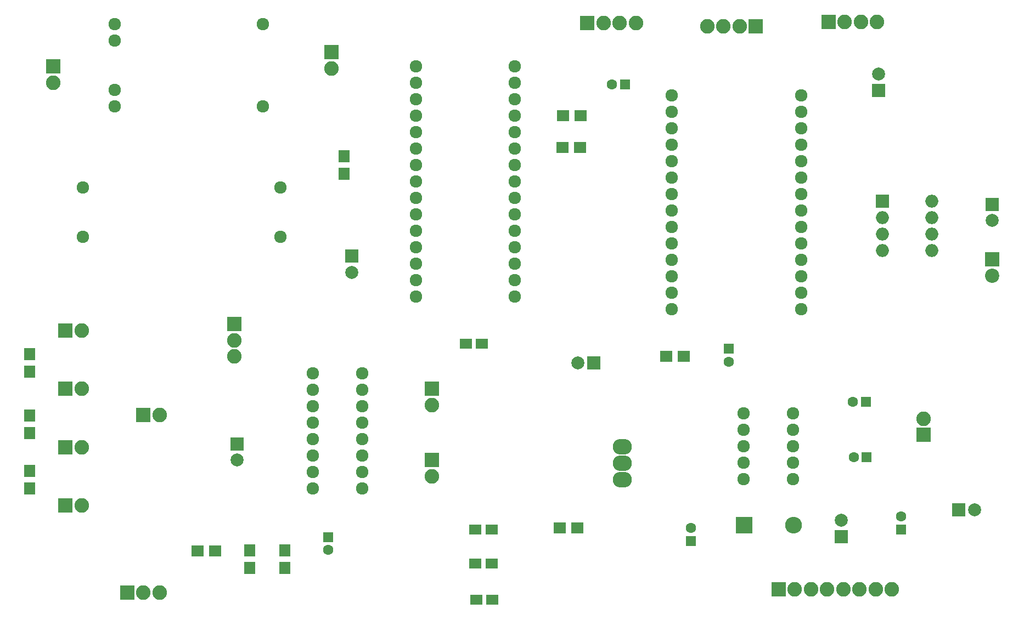
<source format=gbr>
G04 #@! TF.FileFunction,Soldermask,Top*
%FSLAX46Y46*%
G04 Gerber Fmt 4.6, Leading zero omitted, Abs format (unit mm)*
G04 Created by KiCad (PCBNEW 4.0.5) date 07/04/17 20:38:32*
%MOMM*%
%LPD*%
G01*
G04 APERTURE LIST*
%ADD10C,0.100000*%
%ADD11R,2.600000X2.600000*%
%ADD12O,2.600000X2.600000*%
%ADD13R,1.600000X1.600000*%
%ADD14C,1.600000*%
%ADD15R,2.000000X2.000000*%
%ADD16C,2.000000*%
%ADD17R,1.900000X1.650000*%
%ADD18R,2.200000X2.200000*%
%ADD19C,2.200000*%
%ADD20R,2.250000X2.250000*%
%ADD21C,2.250000*%
%ADD22O,2.940000X2.432000*%
%ADD23R,1.700000X1.900000*%
%ADD24R,1.900000X1.700000*%
%ADD25C,1.924000*%
%ADD26O,2.000000X2.000000*%
G04 APERTURE END LIST*
D10*
D11*
X173700000Y-134100000D03*
D12*
X181320000Y-134100000D03*
D13*
X109500000Y-135900000D03*
D14*
X109500000Y-137900000D03*
D15*
X206760000Y-131685000D03*
D16*
X209260000Y-131685000D03*
D15*
X113200000Y-92500000D03*
D16*
X113200000Y-95000000D03*
D17*
X134750000Y-134700000D03*
X132250000Y-134700000D03*
D15*
X95500000Y-121500000D03*
D16*
X95500000Y-124000000D03*
D17*
X132350000Y-145600000D03*
X134850000Y-145600000D03*
D15*
X150500000Y-109000000D03*
D16*
X148000000Y-109000000D03*
D17*
X132250000Y-140000000D03*
X134750000Y-140000000D03*
D13*
X155300000Y-66000000D03*
D14*
X153300000Y-66000000D03*
D17*
X130750000Y-106000000D03*
X133250000Y-106000000D03*
D13*
X171300000Y-106800000D03*
D14*
X171300000Y-108800000D03*
D15*
X212000000Y-84500000D03*
D16*
X212000000Y-87000000D03*
D15*
X188700000Y-135800000D03*
D16*
X188700000Y-133300000D03*
D15*
X194400000Y-66900000D03*
D16*
X194400000Y-64400000D03*
D13*
X197900000Y-134700000D03*
D14*
X197900000Y-132700000D03*
D13*
X192600000Y-123600000D03*
D14*
X190600000Y-123600000D03*
D13*
X165500000Y-136500000D03*
D14*
X165500000Y-134500000D03*
D13*
X192500000Y-115000000D03*
D14*
X190500000Y-115000000D03*
D18*
X212000000Y-93000000D03*
D19*
X212000000Y-95540000D03*
D20*
X67100000Y-63200000D03*
D21*
X67100000Y-65700000D03*
D20*
X95000000Y-103000000D03*
D21*
X95000000Y-105500000D03*
X95000000Y-108000000D03*
D20*
X69000000Y-131000000D03*
D21*
X71500000Y-131000000D03*
D20*
X69000000Y-122000000D03*
D21*
X71500000Y-122000000D03*
D20*
X69000000Y-113000000D03*
D21*
X71500000Y-113000000D03*
D20*
X69000000Y-104000000D03*
D21*
X71500000Y-104000000D03*
D20*
X78500000Y-144500000D03*
D21*
X81000000Y-144500000D03*
X83500000Y-144500000D03*
D20*
X110000000Y-61000000D03*
D21*
X110000000Y-63500000D03*
D20*
X125500000Y-113000000D03*
D21*
X125500000Y-115500000D03*
D20*
X125500000Y-124000000D03*
D21*
X125500000Y-126500000D03*
D20*
X149500000Y-56500000D03*
D21*
X152000000Y-56500000D03*
X154500000Y-56500000D03*
X157000000Y-56500000D03*
D20*
X175500000Y-57000000D03*
D21*
X173000000Y-57000000D03*
X170500000Y-57000000D03*
X168000000Y-57000000D03*
D20*
X186700000Y-56300000D03*
D21*
X189200000Y-56300000D03*
X191700000Y-56300000D03*
X194200000Y-56300000D03*
D20*
X179000000Y-144000000D03*
D21*
X181500000Y-144000000D03*
X184000000Y-144000000D03*
X186500000Y-144000000D03*
X189000000Y-144000000D03*
X191500000Y-144000000D03*
X194000000Y-144000000D03*
X196500000Y-144000000D03*
D20*
X201400000Y-120100000D03*
D21*
X201400000Y-117600000D03*
D20*
X81000000Y-117000000D03*
D21*
X83500000Y-117000000D03*
D22*
X154900000Y-124500000D03*
X154900000Y-127040000D03*
X154900000Y-121960000D03*
D23*
X63500000Y-128350000D03*
X63500000Y-125650000D03*
X63500000Y-119850000D03*
X63500000Y-117150000D03*
X63500000Y-110350000D03*
X63500000Y-107650000D03*
X102800000Y-140650000D03*
X102800000Y-137950000D03*
D24*
X89350000Y-138000000D03*
X92050000Y-138000000D03*
D23*
X97400000Y-137950000D03*
X97400000Y-140650000D03*
X112000000Y-77050000D03*
X112000000Y-79750000D03*
D24*
X164350000Y-108000000D03*
X161650000Y-108000000D03*
X148350000Y-75700000D03*
X145650000Y-75700000D03*
X145750000Y-70800000D03*
X148450000Y-70800000D03*
X145250000Y-134500000D03*
X147950000Y-134500000D03*
D25*
X102140000Y-89510000D03*
X102140000Y-81890000D03*
X71660000Y-89510000D03*
X71660000Y-81890000D03*
X76570000Y-66810000D03*
X76570000Y-59190000D03*
X76570000Y-56650000D03*
X76570000Y-69350000D03*
X99430000Y-56650000D03*
X99430000Y-69350000D03*
X114810000Y-120770000D03*
X114810000Y-123310000D03*
X114810000Y-125850000D03*
X114810000Y-128390000D03*
X114810000Y-118230000D03*
X114810000Y-115690000D03*
X114810000Y-113150000D03*
X114810000Y-110610000D03*
X107190000Y-128390000D03*
X107190000Y-125850000D03*
X107190000Y-123310000D03*
X107190000Y-120770000D03*
X107190000Y-118230000D03*
X107190000Y-115690000D03*
X107190000Y-113150000D03*
X107190000Y-110610000D03*
X138320000Y-83540000D03*
X138320000Y-86080000D03*
X138320000Y-88620000D03*
X138320000Y-91160000D03*
X138320000Y-93700000D03*
X138320000Y-96240000D03*
X138320000Y-98780000D03*
X138320000Y-81000000D03*
X138320000Y-78460000D03*
X138320000Y-75920000D03*
X138320000Y-73380000D03*
X138320000Y-70840000D03*
X138320000Y-68300000D03*
X138320000Y-65760000D03*
X138320000Y-63220000D03*
X123080000Y-63220000D03*
X123080000Y-65760000D03*
X123080000Y-68300000D03*
X123080000Y-70840000D03*
X123080000Y-73380000D03*
X123080000Y-75920000D03*
X123080000Y-78460000D03*
X123080000Y-81000000D03*
X123080000Y-83540000D03*
X123080000Y-86080000D03*
X123080000Y-88620000D03*
X123080000Y-91160000D03*
X123080000Y-93700000D03*
X123080000Y-96240000D03*
X123080000Y-98780000D03*
X182500000Y-100700000D03*
X182500000Y-98160000D03*
X182500000Y-95620000D03*
X182500000Y-93080000D03*
X182500000Y-90540000D03*
X182500000Y-88000000D03*
X182500000Y-85460000D03*
X182500000Y-82920000D03*
X182500000Y-80380000D03*
X182500000Y-77840000D03*
X182500000Y-75300000D03*
X182500000Y-72760000D03*
X182500000Y-70220000D03*
X182500000Y-67680000D03*
X162500000Y-100700000D03*
X162500000Y-98160000D03*
X162500000Y-95620000D03*
X162500000Y-93080000D03*
X162500000Y-90540000D03*
X162500000Y-88000000D03*
X162500000Y-85460000D03*
X162500000Y-82920000D03*
X162500000Y-80380000D03*
X162500000Y-77840000D03*
X162500000Y-75300000D03*
X162500000Y-72760000D03*
X162500000Y-70220000D03*
X162500000Y-67680000D03*
X181210000Y-121900000D03*
X181210000Y-124440000D03*
X181210000Y-126980000D03*
X181210000Y-119360000D03*
X181210000Y-116820000D03*
X173590000Y-121900000D03*
X173590000Y-124440000D03*
X173590000Y-126980000D03*
X173590000Y-119360000D03*
X173590000Y-116820000D03*
D15*
X195000000Y-84000000D03*
D26*
X202620000Y-91620000D03*
X195000000Y-86540000D03*
X202620000Y-89080000D03*
X195000000Y-89080000D03*
X202620000Y-86540000D03*
X195000000Y-91620000D03*
X202620000Y-84000000D03*
M02*

</source>
